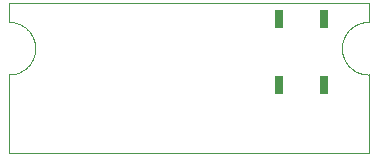
<source format=gbp>
G75*
%MOIN*%
%OFA0B0*%
%FSLAX25Y25*%
%IPPOS*%
%LPD*%
%AMOC8*
5,1,8,0,0,1.08239X$1,22.5*
%
%ADD10C,0.00000*%
%ADD11R,0.03000X0.06000*%
D10*
X0033333Y0005000D02*
X0033333Y0031250D01*
X0033546Y0031253D01*
X0033759Y0031260D01*
X0033972Y0031273D01*
X0034184Y0031291D01*
X0034396Y0031315D01*
X0034607Y0031343D01*
X0034817Y0031377D01*
X0035027Y0031416D01*
X0035236Y0031459D01*
X0035443Y0031508D01*
X0035649Y0031562D01*
X0035854Y0031621D01*
X0036057Y0031685D01*
X0036259Y0031754D01*
X0036459Y0031827D01*
X0036657Y0031906D01*
X0036853Y0031989D01*
X0037047Y0032077D01*
X0037239Y0032170D01*
X0037428Y0032268D01*
X0037615Y0032370D01*
X0037800Y0032476D01*
X0037982Y0032587D01*
X0038161Y0032703D01*
X0038337Y0032822D01*
X0038511Y0032946D01*
X0038681Y0033074D01*
X0038848Y0033207D01*
X0039012Y0033343D01*
X0039172Y0033483D01*
X0039329Y0033627D01*
X0039482Y0033775D01*
X0039632Y0033927D01*
X0039778Y0034082D01*
X0039920Y0034241D01*
X0040059Y0034403D01*
X0040193Y0034568D01*
X0040323Y0034737D01*
X0040449Y0034909D01*
X0040571Y0035084D01*
X0040689Y0035261D01*
X0040802Y0035442D01*
X0040911Y0035625D01*
X0041015Y0035811D01*
X0041115Y0035999D01*
X0041210Y0036190D01*
X0041300Y0036383D01*
X0041386Y0036578D01*
X0041467Y0036775D01*
X0041543Y0036974D01*
X0041614Y0037175D01*
X0041681Y0037377D01*
X0041742Y0037581D01*
X0041798Y0037787D01*
X0041850Y0037994D01*
X0041896Y0038202D01*
X0041937Y0038411D01*
X0041974Y0038621D01*
X0042005Y0038831D01*
X0042031Y0039043D01*
X0042051Y0039255D01*
X0042067Y0039468D01*
X0042077Y0039680D01*
X0042082Y0039893D01*
X0042082Y0040107D01*
X0042077Y0040320D01*
X0042067Y0040532D01*
X0042051Y0040745D01*
X0042031Y0040957D01*
X0042005Y0041169D01*
X0041974Y0041379D01*
X0041937Y0041589D01*
X0041896Y0041798D01*
X0041850Y0042006D01*
X0041798Y0042213D01*
X0041742Y0042419D01*
X0041681Y0042623D01*
X0041614Y0042825D01*
X0041543Y0043026D01*
X0041467Y0043225D01*
X0041386Y0043422D01*
X0041300Y0043617D01*
X0041210Y0043810D01*
X0041115Y0044001D01*
X0041015Y0044189D01*
X0040911Y0044375D01*
X0040802Y0044558D01*
X0040689Y0044739D01*
X0040571Y0044916D01*
X0040449Y0045091D01*
X0040323Y0045263D01*
X0040193Y0045432D01*
X0040059Y0045597D01*
X0039920Y0045759D01*
X0039778Y0045918D01*
X0039632Y0046073D01*
X0039482Y0046225D01*
X0039329Y0046373D01*
X0039172Y0046517D01*
X0039012Y0046657D01*
X0038848Y0046793D01*
X0038681Y0046926D01*
X0038511Y0047054D01*
X0038337Y0047178D01*
X0038161Y0047297D01*
X0037982Y0047413D01*
X0037800Y0047524D01*
X0037615Y0047630D01*
X0037428Y0047732D01*
X0037239Y0047830D01*
X0037047Y0047923D01*
X0036853Y0048011D01*
X0036657Y0048094D01*
X0036459Y0048173D01*
X0036259Y0048246D01*
X0036057Y0048315D01*
X0035854Y0048379D01*
X0035649Y0048438D01*
X0035443Y0048492D01*
X0035236Y0048541D01*
X0035027Y0048584D01*
X0034817Y0048623D01*
X0034607Y0048657D01*
X0034396Y0048685D01*
X0034184Y0048709D01*
X0033972Y0048727D01*
X0033759Y0048740D01*
X0033546Y0048747D01*
X0033333Y0048750D01*
X0033333Y0054961D01*
X0153333Y0055000D01*
X0153333Y0048750D01*
X0153119Y0048754D01*
X0152905Y0048753D01*
X0152691Y0048746D01*
X0152477Y0048735D01*
X0152264Y0048718D01*
X0152051Y0048696D01*
X0151839Y0048668D01*
X0151627Y0048636D01*
X0151416Y0048598D01*
X0151207Y0048556D01*
X0150998Y0048508D01*
X0150790Y0048455D01*
X0150584Y0048397D01*
X0150380Y0048334D01*
X0150177Y0048266D01*
X0149975Y0048193D01*
X0149776Y0048115D01*
X0149578Y0048032D01*
X0149383Y0047944D01*
X0149190Y0047852D01*
X0148999Y0047755D01*
X0148811Y0047653D01*
X0148625Y0047547D01*
X0148441Y0047436D01*
X0148261Y0047321D01*
X0148083Y0047202D01*
X0147909Y0047078D01*
X0147737Y0046950D01*
X0147569Y0046818D01*
X0147404Y0046681D01*
X0147242Y0046541D01*
X0147084Y0046397D01*
X0146929Y0046249D01*
X0146778Y0046097D01*
X0146631Y0045941D01*
X0146488Y0045782D01*
X0146348Y0045620D01*
X0146213Y0045454D01*
X0146081Y0045285D01*
X0145954Y0045113D01*
X0145831Y0044937D01*
X0145713Y0044759D01*
X0145598Y0044578D01*
X0145489Y0044394D01*
X0145384Y0044208D01*
X0145283Y0044019D01*
X0145187Y0043827D01*
X0145096Y0043634D01*
X0145009Y0043438D01*
X0144928Y0043240D01*
X0144851Y0043040D01*
X0144779Y0042838D01*
X0144712Y0042635D01*
X0144650Y0042430D01*
X0144593Y0042224D01*
X0144541Y0042016D01*
X0144495Y0041807D01*
X0144453Y0041597D01*
X0144416Y0041386D01*
X0144385Y0041174D01*
X0144359Y0040962D01*
X0144338Y0040748D01*
X0144322Y0040535D01*
X0144312Y0040321D01*
X0144307Y0040107D01*
X0144307Y0039893D01*
X0144312Y0039679D01*
X0144322Y0039465D01*
X0144338Y0039252D01*
X0144359Y0039038D01*
X0144385Y0038826D01*
X0144416Y0038614D01*
X0144453Y0038403D01*
X0144495Y0038193D01*
X0144541Y0037984D01*
X0144593Y0037776D01*
X0144650Y0037570D01*
X0144712Y0037365D01*
X0144779Y0037162D01*
X0144851Y0036960D01*
X0144928Y0036760D01*
X0145009Y0036562D01*
X0145096Y0036366D01*
X0145187Y0036173D01*
X0145283Y0035981D01*
X0145384Y0035792D01*
X0145489Y0035606D01*
X0145598Y0035422D01*
X0145713Y0035241D01*
X0145831Y0035063D01*
X0145954Y0034887D01*
X0146081Y0034715D01*
X0146213Y0034546D01*
X0146348Y0034380D01*
X0146488Y0034218D01*
X0146631Y0034059D01*
X0146778Y0033903D01*
X0146929Y0033751D01*
X0147084Y0033603D01*
X0147242Y0033459D01*
X0147404Y0033319D01*
X0147569Y0033182D01*
X0147737Y0033050D01*
X0147909Y0032922D01*
X0148083Y0032798D01*
X0148261Y0032679D01*
X0148441Y0032564D01*
X0148625Y0032453D01*
X0148811Y0032347D01*
X0148999Y0032245D01*
X0149190Y0032148D01*
X0149383Y0032056D01*
X0149578Y0031968D01*
X0149776Y0031885D01*
X0149975Y0031807D01*
X0150177Y0031734D01*
X0150380Y0031666D01*
X0150584Y0031603D01*
X0150790Y0031545D01*
X0150998Y0031492D01*
X0151207Y0031444D01*
X0151416Y0031402D01*
X0151627Y0031364D01*
X0151839Y0031332D01*
X0152051Y0031304D01*
X0152264Y0031282D01*
X0152477Y0031265D01*
X0152691Y0031254D01*
X0152905Y0031247D01*
X0153119Y0031246D01*
X0153333Y0031250D01*
X0153333Y0005000D01*
X0033333Y0005000D01*
D11*
X0123333Y0027750D03*
X0138333Y0027750D03*
X0138333Y0049750D03*
X0123333Y0049750D03*
M02*

</source>
